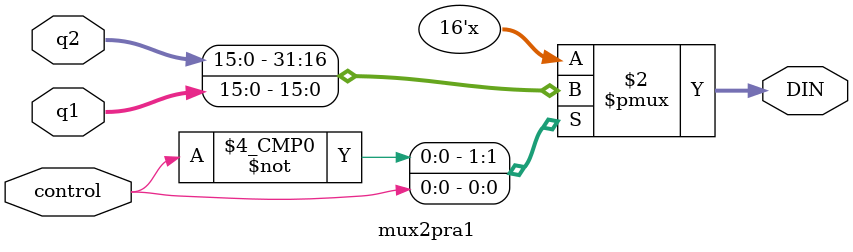
<source format=v>
module system (Clock, Reset, dout, q, Run, Done);

input Clock, Reset, Run;
output [15:0] dout, q;
output Done;

wire [15:0] addr, memout;
reg [15:0] procin;

wire [5:0] addr1, addr2;
wire [15:0] q1, q2, q;

wire [15:0] DIN, DOUT;

wire w;
	//wire [7:0] data, q;
	
	//assign data = SW[7:0];
	//assign address = SW[15:11];
	//wire BusWires;
	reg enIn;
	reg [15:0] BusIn, addrIn;
	
	proc proc1 (DIN, Reset, Clock, Run, Done, DOUT, w, Tstep_Q, addr1, addr2, qControl);
	//ramlpm mem1 (addrIn[4:0], Clock, BusWires, enIn, q);
	memory_main mem1(addr1, DOUT, w, Clock, q1);
	memory_instruction mem2(addr2, BusWires, 1'b0, Clock, q2); // instrução
	mux2pra1 mux(q1,q2,qControl, DIN);

	//ramlpm mem2 ()
	
	initial begin
		enIn = 1'b1;
		addrIn = 7'b0000010;
		BusIn = 16'b1111000000000000;
	end


endmodule

module mux2pra1(q1, q2, control, DIN);
input [15:0] q1, q2;
input control;
output reg [15:0] DIN;

always@(q1, q2, control) begin
	case(control)
		1'b0: DIN = q2;
		1'b1: DIN = q1;
	endcase
end

endmodule



</source>
